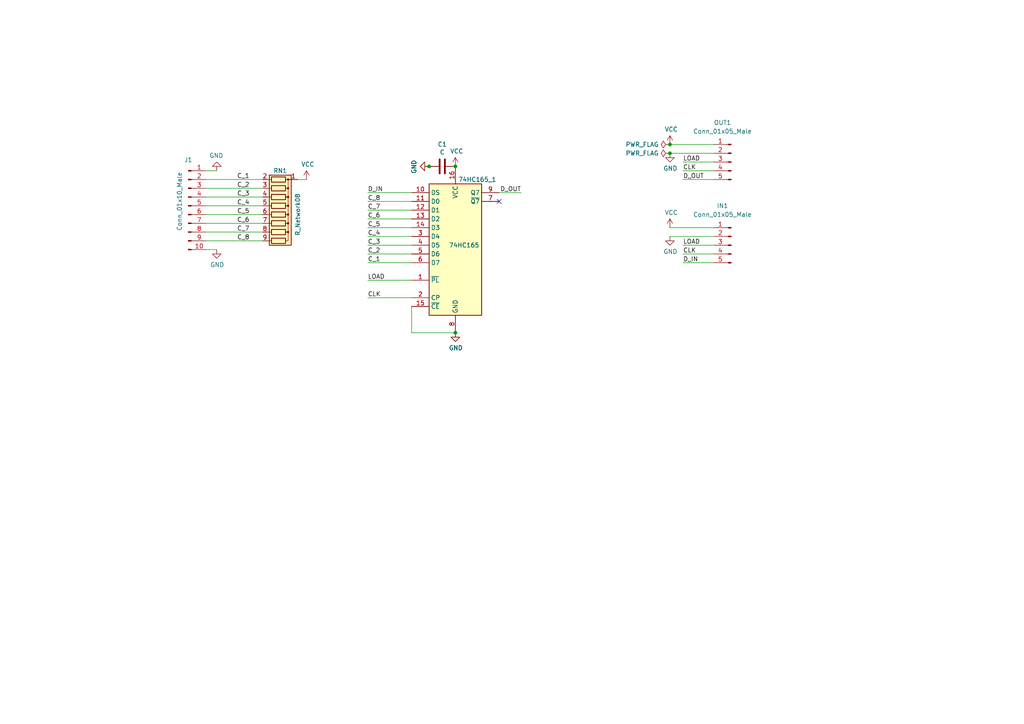
<source format=kicad_sch>
(kicad_sch (version 20211123) (generator eeschema)

  (uuid 30f15357-ce1d-48b9-93dc-7d9b1b2aa048)

  (paper "A4")

  (lib_symbols
    (symbol "74xx:74HC165" (in_bom yes) (on_board yes)
      (property "Reference" "U" (id 0) (at -7.62 19.05 0)
        (effects (font (size 1.27 1.27)))
      )
      (property "Value" "74HC165" (id 1) (at -7.62 -21.59 0)
        (effects (font (size 1.27 1.27)))
      )
      (property "Footprint" "" (id 2) (at 0 0 0)
        (effects (font (size 1.27 1.27)) hide)
      )
      (property "Datasheet" "https://assets.nexperia.com/documents/data-sheet/74HC_HCT165.pdf" (id 3) (at 0 0 0)
        (effects (font (size 1.27 1.27)) hide)
      )
      (property "ki_keywords" "8 bit shift register parallel load cmos" (id 4) (at 0 0 0)
        (effects (font (size 1.27 1.27)) hide)
      )
      (property "ki_description" "Shift Register, 8-bit, Parallel Load" (id 5) (at 0 0 0)
        (effects (font (size 1.27 1.27)) hide)
      )
      (property "ki_fp_filters" "DIP?16* SO*16*3.9x9.9mm*P1.27mm* SSOP*16*5.3x6.2mm*P0.65mm* TSSOP*16*4.4x5mm*P0.65*" (id 6) (at 0 0 0)
        (effects (font (size 1.27 1.27)) hide)
      )
      (symbol "74HC165_1_0"
        (pin input line (at -12.7 -10.16 0) (length 5.08)
          (name "~{PL}" (effects (font (size 1.27 1.27))))
          (number "1" (effects (font (size 1.27 1.27))))
        )
        (pin input line (at -12.7 15.24 0) (length 5.08)
          (name "DS" (effects (font (size 1.27 1.27))))
          (number "10" (effects (font (size 1.27 1.27))))
        )
        (pin input line (at -12.7 12.7 0) (length 5.08)
          (name "D0" (effects (font (size 1.27 1.27))))
          (number "11" (effects (font (size 1.27 1.27))))
        )
        (pin input line (at -12.7 10.16 0) (length 5.08)
          (name "D1" (effects (font (size 1.27 1.27))))
          (number "12" (effects (font (size 1.27 1.27))))
        )
        (pin input line (at -12.7 7.62 0) (length 5.08)
          (name "D2" (effects (font (size 1.27 1.27))))
          (number "13" (effects (font (size 1.27 1.27))))
        )
        (pin input line (at -12.7 5.08 0) (length 5.08)
          (name "D3" (effects (font (size 1.27 1.27))))
          (number "14" (effects (font (size 1.27 1.27))))
        )
        (pin input line (at -12.7 -17.78 0) (length 5.08)
          (name "~{CE}" (effects (font (size 1.27 1.27))))
          (number "15" (effects (font (size 1.27 1.27))))
        )
        (pin power_in line (at 0 22.86 270) (length 5.08)
          (name "VCC" (effects (font (size 1.27 1.27))))
          (number "16" (effects (font (size 1.27 1.27))))
        )
        (pin input line (at -12.7 -15.24 0) (length 5.08)
          (name "CP" (effects (font (size 1.27 1.27))))
          (number "2" (effects (font (size 1.27 1.27))))
        )
        (pin input line (at -12.7 2.54 0) (length 5.08)
          (name "D4" (effects (font (size 1.27 1.27))))
          (number "3" (effects (font (size 1.27 1.27))))
        )
        (pin input line (at -12.7 0 0) (length 5.08)
          (name "D5" (effects (font (size 1.27 1.27))))
          (number "4" (effects (font (size 1.27 1.27))))
        )
        (pin input line (at -12.7 -2.54 0) (length 5.08)
          (name "D6" (effects (font (size 1.27 1.27))))
          (number "5" (effects (font (size 1.27 1.27))))
        )
        (pin input line (at -12.7 -5.08 0) (length 5.08)
          (name "D7" (effects (font (size 1.27 1.27))))
          (number "6" (effects (font (size 1.27 1.27))))
        )
        (pin output line (at 12.7 12.7 180) (length 5.08)
          (name "~{Q7}" (effects (font (size 1.27 1.27))))
          (number "7" (effects (font (size 1.27 1.27))))
        )
        (pin power_in line (at 0 -25.4 90) (length 5.08)
          (name "GND" (effects (font (size 1.27 1.27))))
          (number "8" (effects (font (size 1.27 1.27))))
        )
        (pin output line (at 12.7 15.24 180) (length 5.08)
          (name "Q7" (effects (font (size 1.27 1.27))))
          (number "9" (effects (font (size 1.27 1.27))))
        )
      )
      (symbol "74HC165_1_1"
        (rectangle (start -7.62 17.78) (end 7.62 -20.32)
          (stroke (width 0.254) (type default) (color 0 0 0 0))
          (fill (type background))
        )
      )
    )
    (symbol "Connector:Conn_01x05_Male" (pin_names (offset 1.016) hide) (in_bom yes) (on_board yes)
      (property "Reference" "J" (id 0) (at 0 7.62 0)
        (effects (font (size 1.27 1.27)))
      )
      (property "Value" "Conn_01x05_Male" (id 1) (at 0 -7.62 0)
        (effects (font (size 1.27 1.27)))
      )
      (property "Footprint" "" (id 2) (at 0 0 0)
        (effects (font (size 1.27 1.27)) hide)
      )
      (property "Datasheet" "~" (id 3) (at 0 0 0)
        (effects (font (size 1.27 1.27)) hide)
      )
      (property "ki_keywords" "connector" (id 4) (at 0 0 0)
        (effects (font (size 1.27 1.27)) hide)
      )
      (property "ki_description" "Generic connector, single row, 01x05, script generated (kicad-library-utils/schlib/autogen/connector/)" (id 5) (at 0 0 0)
        (effects (font (size 1.27 1.27)) hide)
      )
      (property "ki_fp_filters" "Connector*:*_1x??_*" (id 6) (at 0 0 0)
        (effects (font (size 1.27 1.27)) hide)
      )
      (symbol "Conn_01x05_Male_1_1"
        (polyline
          (pts
            (xy 1.27 -5.08)
            (xy 0.8636 -5.08)
          )
          (stroke (width 0.1524) (type default) (color 0 0 0 0))
          (fill (type none))
        )
        (polyline
          (pts
            (xy 1.27 -2.54)
            (xy 0.8636 -2.54)
          )
          (stroke (width 0.1524) (type default) (color 0 0 0 0))
          (fill (type none))
        )
        (polyline
          (pts
            (xy 1.27 0)
            (xy 0.8636 0)
          )
          (stroke (width 0.1524) (type default) (color 0 0 0 0))
          (fill (type none))
        )
        (polyline
          (pts
            (xy 1.27 2.54)
            (xy 0.8636 2.54)
          )
          (stroke (width 0.1524) (type default) (color 0 0 0 0))
          (fill (type none))
        )
        (polyline
          (pts
            (xy 1.27 5.08)
            (xy 0.8636 5.08)
          )
          (stroke (width 0.1524) (type default) (color 0 0 0 0))
          (fill (type none))
        )
        (rectangle (start 0.8636 -4.953) (end 0 -5.207)
          (stroke (width 0.1524) (type default) (color 0 0 0 0))
          (fill (type outline))
        )
        (rectangle (start 0.8636 -2.413) (end 0 -2.667)
          (stroke (width 0.1524) (type default) (color 0 0 0 0))
          (fill (type outline))
        )
        (rectangle (start 0.8636 0.127) (end 0 -0.127)
          (stroke (width 0.1524) (type default) (color 0 0 0 0))
          (fill (type outline))
        )
        (rectangle (start 0.8636 2.667) (end 0 2.413)
          (stroke (width 0.1524) (type default) (color 0 0 0 0))
          (fill (type outline))
        )
        (rectangle (start 0.8636 5.207) (end 0 4.953)
          (stroke (width 0.1524) (type default) (color 0 0 0 0))
          (fill (type outline))
        )
        (pin passive line (at 5.08 5.08 180) (length 3.81)
          (name "Pin_1" (effects (font (size 1.27 1.27))))
          (number "1" (effects (font (size 1.27 1.27))))
        )
        (pin passive line (at 5.08 2.54 180) (length 3.81)
          (name "Pin_2" (effects (font (size 1.27 1.27))))
          (number "2" (effects (font (size 1.27 1.27))))
        )
        (pin passive line (at 5.08 0 180) (length 3.81)
          (name "Pin_3" (effects (font (size 1.27 1.27))))
          (number "3" (effects (font (size 1.27 1.27))))
        )
        (pin passive line (at 5.08 -2.54 180) (length 3.81)
          (name "Pin_4" (effects (font (size 1.27 1.27))))
          (number "4" (effects (font (size 1.27 1.27))))
        )
        (pin passive line (at 5.08 -5.08 180) (length 3.81)
          (name "Pin_5" (effects (font (size 1.27 1.27))))
          (number "5" (effects (font (size 1.27 1.27))))
        )
      )
    )
    (symbol "Connector:Conn_01x10_Male" (pin_names (offset 1.016) hide) (in_bom yes) (on_board yes)
      (property "Reference" "J" (id 0) (at 0 12.7 0)
        (effects (font (size 1.27 1.27)))
      )
      (property "Value" "Conn_01x10_Male" (id 1) (at 0 -15.24 0)
        (effects (font (size 1.27 1.27)))
      )
      (property "Footprint" "" (id 2) (at 0 0 0)
        (effects (font (size 1.27 1.27)) hide)
      )
      (property "Datasheet" "~" (id 3) (at 0 0 0)
        (effects (font (size 1.27 1.27)) hide)
      )
      (property "ki_keywords" "connector" (id 4) (at 0 0 0)
        (effects (font (size 1.27 1.27)) hide)
      )
      (property "ki_description" "Generic connector, single row, 01x10, script generated (kicad-library-utils/schlib/autogen/connector/)" (id 5) (at 0 0 0)
        (effects (font (size 1.27 1.27)) hide)
      )
      (property "ki_fp_filters" "Connector*:*_1x??_*" (id 6) (at 0 0 0)
        (effects (font (size 1.27 1.27)) hide)
      )
      (symbol "Conn_01x10_Male_1_1"
        (polyline
          (pts
            (xy 1.27 -12.7)
            (xy 0.8636 -12.7)
          )
          (stroke (width 0.1524) (type default) (color 0 0 0 0))
          (fill (type none))
        )
        (polyline
          (pts
            (xy 1.27 -10.16)
            (xy 0.8636 -10.16)
          )
          (stroke (width 0.1524) (type default) (color 0 0 0 0))
          (fill (type none))
        )
        (polyline
          (pts
            (xy 1.27 -7.62)
            (xy 0.8636 -7.62)
          )
          (stroke (width 0.1524) (type default) (color 0 0 0 0))
          (fill (type none))
        )
        (polyline
          (pts
            (xy 1.27 -5.08)
            (xy 0.8636 -5.08)
          )
          (stroke (width 0.1524) (type default) (color 0 0 0 0))
          (fill (type none))
        )
        (polyline
          (pts
            (xy 1.27 -2.54)
            (xy 0.8636 -2.54)
          )
          (stroke (width 0.1524) (type default) (color 0 0 0 0))
          (fill (type none))
        )
        (polyline
          (pts
            (xy 1.27 0)
            (xy 0.8636 0)
          )
          (stroke (width 0.1524) (type default) (color 0 0 0 0))
          (fill (type none))
        )
        (polyline
          (pts
            (xy 1.27 2.54)
            (xy 0.8636 2.54)
          )
          (stroke (width 0.1524) (type default) (color 0 0 0 0))
          (fill (type none))
        )
        (polyline
          (pts
            (xy 1.27 5.08)
            (xy 0.8636 5.08)
          )
          (stroke (width 0.1524) (type default) (color 0 0 0 0))
          (fill (type none))
        )
        (polyline
          (pts
            (xy 1.27 7.62)
            (xy 0.8636 7.62)
          )
          (stroke (width 0.1524) (type default) (color 0 0 0 0))
          (fill (type none))
        )
        (polyline
          (pts
            (xy 1.27 10.16)
            (xy 0.8636 10.16)
          )
          (stroke (width 0.1524) (type default) (color 0 0 0 0))
          (fill (type none))
        )
        (rectangle (start 0.8636 -12.573) (end 0 -12.827)
          (stroke (width 0.1524) (type default) (color 0 0 0 0))
          (fill (type outline))
        )
        (rectangle (start 0.8636 -10.033) (end 0 -10.287)
          (stroke (width 0.1524) (type default) (color 0 0 0 0))
          (fill (type outline))
        )
        (rectangle (start 0.8636 -7.493) (end 0 -7.747)
          (stroke (width 0.1524) (type default) (color 0 0 0 0))
          (fill (type outline))
        )
        (rectangle (start 0.8636 -4.953) (end 0 -5.207)
          (stroke (width 0.1524) (type default) (color 0 0 0 0))
          (fill (type outline))
        )
        (rectangle (start 0.8636 -2.413) (end 0 -2.667)
          (stroke (width 0.1524) (type default) (color 0 0 0 0))
          (fill (type outline))
        )
        (rectangle (start 0.8636 0.127) (end 0 -0.127)
          (stroke (width 0.1524) (type default) (color 0 0 0 0))
          (fill (type outline))
        )
        (rectangle (start 0.8636 2.667) (end 0 2.413)
          (stroke (width 0.1524) (type default) (color 0 0 0 0))
          (fill (type outline))
        )
        (rectangle (start 0.8636 5.207) (end 0 4.953)
          (stroke (width 0.1524) (type default) (color 0 0 0 0))
          (fill (type outline))
        )
        (rectangle (start 0.8636 7.747) (end 0 7.493)
          (stroke (width 0.1524) (type default) (color 0 0 0 0))
          (fill (type outline))
        )
        (rectangle (start 0.8636 10.287) (end 0 10.033)
          (stroke (width 0.1524) (type default) (color 0 0 0 0))
          (fill (type outline))
        )
        (pin passive line (at 5.08 10.16 180) (length 3.81)
          (name "Pin_1" (effects (font (size 1.27 1.27))))
          (number "1" (effects (font (size 1.27 1.27))))
        )
        (pin passive line (at 5.08 -12.7 180) (length 3.81)
          (name "Pin_10" (effects (font (size 1.27 1.27))))
          (number "10" (effects (font (size 1.27 1.27))))
        )
        (pin passive line (at 5.08 7.62 180) (length 3.81)
          (name "Pin_2" (effects (font (size 1.27 1.27))))
          (number "2" (effects (font (size 1.27 1.27))))
        )
        (pin passive line (at 5.08 5.08 180) (length 3.81)
          (name "Pin_3" (effects (font (size 1.27 1.27))))
          (number "3" (effects (font (size 1.27 1.27))))
        )
        (pin passive line (at 5.08 2.54 180) (length 3.81)
          (name "Pin_4" (effects (font (size 1.27 1.27))))
          (number "4" (effects (font (size 1.27 1.27))))
        )
        (pin passive line (at 5.08 0 180) (length 3.81)
          (name "Pin_5" (effects (font (size 1.27 1.27))))
          (number "5" (effects (font (size 1.27 1.27))))
        )
        (pin passive line (at 5.08 -2.54 180) (length 3.81)
          (name "Pin_6" (effects (font (size 1.27 1.27))))
          (number "6" (effects (font (size 1.27 1.27))))
        )
        (pin passive line (at 5.08 -5.08 180) (length 3.81)
          (name "Pin_7" (effects (font (size 1.27 1.27))))
          (number "7" (effects (font (size 1.27 1.27))))
        )
        (pin passive line (at 5.08 -7.62 180) (length 3.81)
          (name "Pin_8" (effects (font (size 1.27 1.27))))
          (number "8" (effects (font (size 1.27 1.27))))
        )
        (pin passive line (at 5.08 -10.16 180) (length 3.81)
          (name "Pin_9" (effects (font (size 1.27 1.27))))
          (number "9" (effects (font (size 1.27 1.27))))
        )
      )
    )
    (symbol "Device:C" (pin_numbers hide) (pin_names (offset 0.254)) (in_bom yes) (on_board yes)
      (property "Reference" "C" (id 0) (at 0.635 2.54 0)
        (effects (font (size 1.27 1.27)) (justify left))
      )
      (property "Value" "C" (id 1) (at 0.635 -2.54 0)
        (effects (font (size 1.27 1.27)) (justify left))
      )
      (property "Footprint" "" (id 2) (at 0.9652 -3.81 0)
        (effects (font (size 1.27 1.27)) hide)
      )
      (property "Datasheet" "~" (id 3) (at 0 0 0)
        (effects (font (size 1.27 1.27)) hide)
      )
      (property "ki_keywords" "cap capacitor" (id 4) (at 0 0 0)
        (effects (font (size 1.27 1.27)) hide)
      )
      (property "ki_description" "Unpolarized capacitor" (id 5) (at 0 0 0)
        (effects (font (size 1.27 1.27)) hide)
      )
      (property "ki_fp_filters" "C_*" (id 6) (at 0 0 0)
        (effects (font (size 1.27 1.27)) hide)
      )
      (symbol "C_0_1"
        (polyline
          (pts
            (xy -2.032 -0.762)
            (xy 2.032 -0.762)
          )
          (stroke (width 0.508) (type default) (color 0 0 0 0))
          (fill (type none))
        )
        (polyline
          (pts
            (xy -2.032 0.762)
            (xy 2.032 0.762)
          )
          (stroke (width 0.508) (type default) (color 0 0 0 0))
          (fill (type none))
        )
      )
      (symbol "C_1_1"
        (pin passive line (at 0 3.81 270) (length 2.794)
          (name "~" (effects (font (size 1.27 1.27))))
          (number "1" (effects (font (size 1.27 1.27))))
        )
        (pin passive line (at 0 -3.81 90) (length 2.794)
          (name "~" (effects (font (size 1.27 1.27))))
          (number "2" (effects (font (size 1.27 1.27))))
        )
      )
    )
    (symbol "Device:R_Network08" (pin_names (offset 0) hide) (in_bom yes) (on_board yes)
      (property "Reference" "RN" (id 0) (at -12.7 0 90)
        (effects (font (size 1.27 1.27)))
      )
      (property "Value" "R_Network08" (id 1) (at 10.16 0 90)
        (effects (font (size 1.27 1.27)))
      )
      (property "Footprint" "Resistor_THT:R_Array_SIP9" (id 2) (at 12.065 0 90)
        (effects (font (size 1.27 1.27)) hide)
      )
      (property "Datasheet" "http://www.vishay.com/docs/31509/csc.pdf" (id 3) (at 0 0 0)
        (effects (font (size 1.27 1.27)) hide)
      )
      (property "ki_keywords" "R network star-topology" (id 4) (at 0 0 0)
        (effects (font (size 1.27 1.27)) hide)
      )
      (property "ki_description" "8 resistor network, star topology, bussed resistors, small symbol" (id 5) (at 0 0 0)
        (effects (font (size 1.27 1.27)) hide)
      )
      (property "ki_fp_filters" "R?Array?SIP*" (id 6) (at 0 0 0)
        (effects (font (size 1.27 1.27)) hide)
      )
      (symbol "R_Network08_0_1"
        (rectangle (start -11.43 -3.175) (end 8.89 3.175)
          (stroke (width 0.254) (type default) (color 0 0 0 0))
          (fill (type background))
        )
        (rectangle (start -10.922 1.524) (end -9.398 -2.54)
          (stroke (width 0.254) (type default) (color 0 0 0 0))
          (fill (type none))
        )
        (circle (center -10.16 2.286) (radius 0.254)
          (stroke (width 0) (type default) (color 0 0 0 0))
          (fill (type outline))
        )
        (rectangle (start -8.382 1.524) (end -6.858 -2.54)
          (stroke (width 0.254) (type default) (color 0 0 0 0))
          (fill (type none))
        )
        (circle (center -7.62 2.286) (radius 0.254)
          (stroke (width 0) (type default) (color 0 0 0 0))
          (fill (type outline))
        )
        (rectangle (start -5.842 1.524) (end -4.318 -2.54)
          (stroke (width 0.254) (type default) (color 0 0 0 0))
          (fill (type none))
        )
        (circle (center -5.08 2.286) (radius 0.254)
          (stroke (width 0) (type default) (color 0 0 0 0))
          (fill (type outline))
        )
        (rectangle (start -3.302 1.524) (end -1.778 -2.54)
          (stroke (width 0.254) (type default) (color 0 0 0 0))
          (fill (type none))
        )
        (circle (center -2.54 2.286) (radius 0.254)
          (stroke (width 0) (type default) (color 0 0 0 0))
          (fill (type outline))
        )
        (rectangle (start -0.762 1.524) (end 0.762 -2.54)
          (stroke (width 0.254) (type default) (color 0 0 0 0))
          (fill (type none))
        )
        (polyline
          (pts
            (xy -10.16 -2.54)
            (xy -10.16 -3.81)
          )
          (stroke (width 0) (type default) (color 0 0 0 0))
          (fill (type none))
        )
        (polyline
          (pts
            (xy -7.62 -2.54)
            (xy -7.62 -3.81)
          )
          (stroke (width 0) (type default) (color 0 0 0 0))
          (fill (type none))
        )
        (polyline
          (pts
            (xy -5.08 -2.54)
            (xy -5.08 -3.81)
          )
          (stroke (width 0) (type default) (color 0 0 0 0))
          (fill (type none))
        )
        (polyline
          (pts
            (xy -2.54 -2.54)
            (xy -2.54 -3.81)
          )
          (stroke (width 0) (type default) (color 0 0 0 0))
          (fill (type none))
        )
        (polyline
          (pts
            (xy 0 -2.54)
            (xy 0 -3.81)
          )
          (stroke (width 0) (type default) (color 0 0 0 0))
          (fill (type none))
        )
        (polyline
          (pts
            (xy 2.54 -2.54)
            (xy 2.54 -3.81)
          )
          (stroke (width 0) (type default) (color 0 0 0 0))
          (fill (type none))
        )
        (polyline
          (pts
            (xy 5.08 -2.54)
            (xy 5.08 -3.81)
          )
          (stroke (width 0) (type default) (color 0 0 0 0))
          (fill (type none))
        )
        (polyline
          (pts
            (xy 7.62 -2.54)
            (xy 7.62 -3.81)
          )
          (stroke (width 0) (type default) (color 0 0 0 0))
          (fill (type none))
        )
        (polyline
          (pts
            (xy -10.16 1.524)
            (xy -10.16 2.286)
            (xy -7.62 2.286)
            (xy -7.62 1.524)
          )
          (stroke (width 0) (type default) (color 0 0 0 0))
          (fill (type none))
        )
        (polyline
          (pts
            (xy -7.62 1.524)
            (xy -7.62 2.286)
            (xy -5.08 2.286)
            (xy -5.08 1.524)
          )
          (stroke (width 0) (type default) (color 0 0 0 0))
          (fill (type none))
        )
        (polyline
          (pts
            (xy -5.08 1.524)
            (xy -5.08 2.286)
            (xy -2.54 2.286)
            (xy -2.54 1.524)
          )
          (stroke (width 0) (type default) (color 0 0 0 0))
          (fill (type none))
        )
        (polyline
          (pts
            (xy -2.54 1.524)
            (xy -2.54 2.286)
            (xy 0 2.286)
            (xy 0 1.524)
          )
          (stroke (width 0) (type default) (color 0 0 0 0))
          (fill (type none))
        )
        (polyline
          (pts
            (xy 0 1.524)
            (xy 0 2.286)
            (xy 2.54 2.286)
            (xy 2.54 1.524)
          )
          (stroke (width 0) (type default) (color 0 0 0 0))
          (fill (type none))
        )
        (polyline
          (pts
            (xy 2.54 1.524)
            (xy 2.54 2.286)
            (xy 5.08 2.286)
            (xy 5.08 1.524)
          )
          (stroke (width 0) (type default) (color 0 0 0 0))
          (fill (type none))
        )
        (polyline
          (pts
            (xy 5.08 1.524)
            (xy 5.08 2.286)
            (xy 7.62 2.286)
            (xy 7.62 1.524)
          )
          (stroke (width 0) (type default) (color 0 0 0 0))
          (fill (type none))
        )
        (circle (center 0 2.286) (radius 0.254)
          (stroke (width 0) (type default) (color 0 0 0 0))
          (fill (type outline))
        )
        (rectangle (start 1.778 1.524) (end 3.302 -2.54)
          (stroke (width 0.254) (type default) (color 0 0 0 0))
          (fill (type none))
        )
        (circle (center 2.54 2.286) (radius 0.254)
          (stroke (width 0) (type default) (color 0 0 0 0))
          (fill (type outline))
        )
        (rectangle (start 4.318 1.524) (end 5.842 -2.54)
          (stroke (width 0.254) (type default) (color 0 0 0 0))
          (fill (type none))
        )
        (circle (center 5.08 2.286) (radius 0.254)
          (stroke (width 0) (type default) (color 0 0 0 0))
          (fill (type outline))
        )
        (rectangle (start 6.858 1.524) (end 8.382 -2.54)
          (stroke (width 0.254) (type default) (color 0 0 0 0))
          (fill (type none))
        )
      )
      (symbol "R_Network08_1_1"
        (pin passive line (at -10.16 5.08 270) (length 2.54)
          (name "common" (effects (font (size 1.27 1.27))))
          (number "1" (effects (font (size 1.27 1.27))))
        )
        (pin passive line (at -10.16 -5.08 90) (length 1.27)
          (name "R1" (effects (font (size 1.27 1.27))))
          (number "2" (effects (font (size 1.27 1.27))))
        )
        (pin passive line (at -7.62 -5.08 90) (length 1.27)
          (name "R2" (effects (font (size 1.27 1.27))))
          (number "3" (effects (font (size 1.27 1.27))))
        )
        (pin passive line (at -5.08 -5.08 90) (length 1.27)
          (name "R3" (effects (font (size 1.27 1.27))))
          (number "4" (effects (font (size 1.27 1.27))))
        )
        (pin passive line (at -2.54 -5.08 90) (length 1.27)
          (name "R4" (effects (font (size 1.27 1.27))))
          (number "5" (effects (font (size 1.27 1.27))))
        )
        (pin passive line (at 0 -5.08 90) (length 1.27)
          (name "R5" (effects (font (size 1.27 1.27))))
          (number "6" (effects (font (size 1.27 1.27))))
        )
        (pin passive line (at 2.54 -5.08 90) (length 1.27)
          (name "R6" (effects (font (size 1.27 1.27))))
          (number "7" (effects (font (size 1.27 1.27))))
        )
        (pin passive line (at 5.08 -5.08 90) (length 1.27)
          (name "R7" (effects (font (size 1.27 1.27))))
          (number "8" (effects (font (size 1.27 1.27))))
        )
        (pin passive line (at 7.62 -5.08 90) (length 1.27)
          (name "R8" (effects (font (size 1.27 1.27))))
          (number "9" (effects (font (size 1.27 1.27))))
        )
      )
    )
    (symbol "power:GND" (power) (pin_names (offset 0)) (in_bom yes) (on_board yes)
      (property "Reference" "#PWR" (id 0) (at 0 -6.35 0)
        (effects (font (size 1.27 1.27)) hide)
      )
      (property "Value" "GND" (id 1) (at 0 -3.81 0)
        (effects (font (size 1.27 1.27)))
      )
      (property "Footprint" "" (id 2) (at 0 0 0)
        (effects (font (size 1.27 1.27)) hide)
      )
      (property "Datasheet" "" (id 3) (at 0 0 0)
        (effects (font (size 1.27 1.27)) hide)
      )
      (property "ki_keywords" "power-flag" (id 4) (at 0 0 0)
        (effects (font (size 1.27 1.27)) hide)
      )
      (property "ki_description" "Power symbol creates a global label with name \"GND\" , ground" (id 5) (at 0 0 0)
        (effects (font (size 1.27 1.27)) hide)
      )
      (symbol "GND_0_1"
        (polyline
          (pts
            (xy 0 0)
            (xy 0 -1.27)
            (xy 1.27 -1.27)
            (xy 0 -2.54)
            (xy -1.27 -1.27)
            (xy 0 -1.27)
          )
          (stroke (width 0) (type default) (color 0 0 0 0))
          (fill (type none))
        )
      )
      (symbol "GND_1_1"
        (pin power_in line (at 0 0 270) (length 0) hide
          (name "GND" (effects (font (size 1.27 1.27))))
          (number "1" (effects (font (size 1.27 1.27))))
        )
      )
    )
    (symbol "power:PWR_FLAG" (power) (pin_numbers hide) (pin_names (offset 0) hide) (in_bom yes) (on_board yes)
      (property "Reference" "#FLG" (id 0) (at 0 1.905 0)
        (effects (font (size 1.27 1.27)) hide)
      )
      (property "Value" "PWR_FLAG" (id 1) (at 0 3.81 0)
        (effects (font (size 1.27 1.27)))
      )
      (property "Footprint" "" (id 2) (at 0 0 0)
        (effects (font (size 1.27 1.27)) hide)
      )
      (property "Datasheet" "~" (id 3) (at 0 0 0)
        (effects (font (size 1.27 1.27)) hide)
      )
      (property "ki_keywords" "power-flag" (id 4) (at 0 0 0)
        (effects (font (size 1.27 1.27)) hide)
      )
      (property "ki_description" "Special symbol for telling ERC where power comes from" (id 5) (at 0 0 0)
        (effects (font (size 1.27 1.27)) hide)
      )
      (symbol "PWR_FLAG_0_0"
        (pin power_out line (at 0 0 90) (length 0)
          (name "pwr" (effects (font (size 1.27 1.27))))
          (number "1" (effects (font (size 1.27 1.27))))
        )
      )
      (symbol "PWR_FLAG_0_1"
        (polyline
          (pts
            (xy 0 0)
            (xy 0 1.27)
            (xy -1.016 1.905)
            (xy 0 2.54)
            (xy 1.016 1.905)
            (xy 0 1.27)
          )
          (stroke (width 0) (type default) (color 0 0 0 0))
          (fill (type none))
        )
      )
    )
    (symbol "power:VCC" (power) (pin_names (offset 0)) (in_bom yes) (on_board yes)
      (property "Reference" "#PWR" (id 0) (at 0 -3.81 0)
        (effects (font (size 1.27 1.27)) hide)
      )
      (property "Value" "VCC" (id 1) (at 0 3.81 0)
        (effects (font (size 1.27 1.27)))
      )
      (property "Footprint" "" (id 2) (at 0 0 0)
        (effects (font (size 1.27 1.27)) hide)
      )
      (property "Datasheet" "" (id 3) (at 0 0 0)
        (effects (font (size 1.27 1.27)) hide)
      )
      (property "ki_keywords" "power-flag" (id 4) (at 0 0 0)
        (effects (font (size 1.27 1.27)) hide)
      )
      (property "ki_description" "Power symbol creates a global label with name \"VCC\"" (id 5) (at 0 0 0)
        (effects (font (size 1.27 1.27)) hide)
      )
      (symbol "VCC_0_1"
        (polyline
          (pts
            (xy -0.762 1.27)
            (xy 0 2.54)
          )
          (stroke (width 0) (type default) (color 0 0 0 0))
          (fill (type none))
        )
        (polyline
          (pts
            (xy 0 0)
            (xy 0 2.54)
          )
          (stroke (width 0) (type default) (color 0 0 0 0))
          (fill (type none))
        )
        (polyline
          (pts
            (xy 0 2.54)
            (xy 0.762 1.27)
          )
          (stroke (width 0) (type default) (color 0 0 0 0))
          (fill (type none))
        )
      )
      (symbol "VCC_1_1"
        (pin power_in line (at 0 0 90) (length 0) hide
          (name "VCC" (effects (font (size 1.27 1.27))))
          (number "1" (effects (font (size 1.27 1.27))))
        )
      )
    )
  )

  (junction (at 194.31 41.91) (diameter 0) (color 0 0 0 0)
    (uuid 3a7648d8-121a-4921-9b92-9b35b76ce39b)
  )
  (junction (at 194.31 44.45) (diameter 0) (color 0 0 0 0)
    (uuid 45008225-f50f-4d6b-b508-6730a9408caf)
  )
  (junction (at 124.46 48.26) (diameter 0) (color 0 0 0 0)
    (uuid 5b3dbea3-bb5e-4c90-a86d-943b944fe624)
  )
  (junction (at 132.08 96.52) (diameter 0) (color 0 0 0 0)
    (uuid 9b0a1687-7e1b-4a04-a30b-c27a072a2949)
  )
  (junction (at 132.08 48.26) (diameter 0) (color 0 0 0 0)
    (uuid cfa5c16e-7859-460d-a0b8-cea7d7ea629c)
  )

  (no_connect (at 144.78 58.42) (uuid 2f215f15-3d52-4c91-93e6-3ea03a95622f))

  (wire (pts (xy 132.08 96.52) (xy 119.38 96.52))
    (stroke (width 0) (type default) (color 0 0 0 0))
    (uuid 003c2200-0632-4808-a662-8ddd5d30c768)
  )
  (wire (pts (xy 62.865 49.53) (xy 59.69 49.53))
    (stroke (width 0) (type default) (color 0 0 0 0))
    (uuid 0e095cbd-2056-458f-b7b6-f3b9681175f1)
  )
  (wire (pts (xy 106.68 63.5) (xy 119.38 63.5))
    (stroke (width 0) (type default) (color 0 0 0 0))
    (uuid 12422a89-3d0c-485c-9386-f77121fd68fd)
  )
  (wire (pts (xy 106.68 58.42) (xy 119.38 58.42))
    (stroke (width 0) (type default) (color 0 0 0 0))
    (uuid 1a6d2848-e78e-49fe-8978-e1890f07836f)
  )
  (wire (pts (xy 207.01 73.66) (xy 198.12 73.66))
    (stroke (width 0) (type default) (color 0 0 0 0))
    (uuid 2dc272bd-3aa2-45b5-889d-1d3c8aac80f8)
  )
  (wire (pts (xy 59.69 62.23) (xy 76.2 62.23))
    (stroke (width 0) (type default) (color 0 0 0 0))
    (uuid 35a9f71f-ba35-47f6-814e-4106ac36c51e)
  )
  (wire (pts (xy 106.68 68.58) (xy 119.38 68.58))
    (stroke (width 0) (type default) (color 0 0 0 0))
    (uuid 40165eda-4ba6-4565-9bb4-b9df6dbb08da)
  )
  (wire (pts (xy 106.68 73.66) (xy 119.38 73.66))
    (stroke (width 0) (type default) (color 0 0 0 0))
    (uuid 4780a290-d25c-4459-9579-eba3f7678762)
  )
  (wire (pts (xy 207.01 71.12) (xy 198.12 71.12))
    (stroke (width 0) (type default) (color 0 0 0 0))
    (uuid 5114c7bf-b955-49f3-a0a8-4b954c81bde0)
  )
  (wire (pts (xy 59.69 59.69) (xy 76.2 59.69))
    (stroke (width 0) (type default) (color 0 0 0 0))
    (uuid 5b34a16c-5a14-4291-8242-ea6d6ac54372)
  )
  (wire (pts (xy 207.01 49.53) (xy 198.12 49.53))
    (stroke (width 0) (type default) (color 0 0 0 0))
    (uuid 6595b9c7-02ee-4647-bde5-6b566e35163e)
  )
  (wire (pts (xy 59.69 54.61) (xy 76.2 54.61))
    (stroke (width 0) (type default) (color 0 0 0 0))
    (uuid 6781326c-6e0d-4753-8f28-0f5c687e01f9)
  )
  (wire (pts (xy 194.31 41.91) (xy 207.01 41.91))
    (stroke (width 0) (type default) (color 0 0 0 0))
    (uuid 730b670c-9bcf-4dcd-9a8d-fcaa61fb0955)
  )
  (wire (pts (xy 207.01 52.07) (xy 198.12 52.07))
    (stroke (width 0) (type default) (color 0 0 0 0))
    (uuid 770ad51a-7219-4633-b24a-bd20feb0a6c5)
  )
  (wire (pts (xy 151.13 55.88) (xy 144.78 55.88))
    (stroke (width 0) (type default) (color 0 0 0 0))
    (uuid 7bbf981c-a063-4e30-8911-e4228e1c0743)
  )
  (wire (pts (xy 106.68 60.96) (xy 119.38 60.96))
    (stroke (width 0) (type default) (color 0 0 0 0))
    (uuid 7d34f6b1-ab31-49be-b011-c67fe67a8a56)
  )
  (wire (pts (xy 106.68 71.12) (xy 119.38 71.12))
    (stroke (width 0) (type default) (color 0 0 0 0))
    (uuid 7e023245-2c2b-4e2b-bfb9-5d35176e88f2)
  )
  (wire (pts (xy 106.68 66.04) (xy 119.38 66.04))
    (stroke (width 0) (type default) (color 0 0 0 0))
    (uuid 8e06ba1f-e3ba-4eb9-a10e-887dffd566d6)
  )
  (wire (pts (xy 59.69 67.31) (xy 76.2 67.31))
    (stroke (width 0) (type default) (color 0 0 0 0))
    (uuid 9b3c58a7-a9b9-4498-abc0-f9f43e4f0292)
  )
  (wire (pts (xy 194.31 66.04) (xy 207.01 66.04))
    (stroke (width 0) (type default) (color 0 0 0 0))
    (uuid a17904b9-135e-4dae-ae20-401c7787de72)
  )
  (wire (pts (xy 106.68 55.88) (xy 119.38 55.88))
    (stroke (width 0) (type default) (color 0 0 0 0))
    (uuid a544eb0a-75db-4baf-bf54-9ca21744343b)
  )
  (wire (pts (xy 194.31 44.45) (xy 207.01 44.45))
    (stroke (width 0) (type default) (color 0 0 0 0))
    (uuid abe07c9a-17c3-43b5-b7a6-ae867ac27ea7)
  )
  (wire (pts (xy 62.865 72.39) (xy 59.69 72.39))
    (stroke (width 0) (type default) (color 0 0 0 0))
    (uuid b15dcd14-f251-4d69-b7a7-3dd06d0023ec)
  )
  (wire (pts (xy 207.01 46.99) (xy 198.12 46.99))
    (stroke (width 0) (type default) (color 0 0 0 0))
    (uuid b1c649b1-f44d-46c7-9dea-818e75a1b87e)
  )
  (wire (pts (xy 106.68 81.28) (xy 119.38 81.28))
    (stroke (width 0) (type default) (color 0 0 0 0))
    (uuid babeabf2-f3b0-4ed5-8d9e-0215947e6cf3)
  )
  (wire (pts (xy 88.9 52.07) (xy 86.36 52.07))
    (stroke (width 0) (type default) (color 0 0 0 0))
    (uuid bd61e84e-5b9f-4634-840d-153426f9685d)
  )
  (wire (pts (xy 59.69 64.77) (xy 76.2 64.77))
    (stroke (width 0) (type default) (color 0 0 0 0))
    (uuid c094494a-f6f7-43fc-a007-4951484ddf3a)
  )
  (wire (pts (xy 59.69 57.15) (xy 76.2 57.15))
    (stroke (width 0) (type default) (color 0 0 0 0))
    (uuid c701ee8e-1214-4781-a973-17bef7b6e3eb)
  )
  (wire (pts (xy 59.69 52.07) (xy 76.2 52.07))
    (stroke (width 0) (type default) (color 0 0 0 0))
    (uuid c8029a4c-945d-42ca-871a-dd73ff50a1a3)
  )
  (wire (pts (xy 106.68 76.2) (xy 119.38 76.2))
    (stroke (width 0) (type default) (color 0 0 0 0))
    (uuid df68c26a-03b5-4466-aecf-ba34b7dce6b7)
  )
  (wire (pts (xy 59.69 69.85) (xy 76.2 69.85))
    (stroke (width 0) (type default) (color 0 0 0 0))
    (uuid e40e8cef-4fb0-4fc3-be09-3875b2cc8469)
  )
  (wire (pts (xy 106.68 86.36) (xy 119.38 86.36))
    (stroke (width 0) (type default) (color 0 0 0 0))
    (uuid e8c50f1b-c316-4110-9cce-5c24c65a1eaa)
  )
  (wire (pts (xy 119.38 96.52) (xy 119.38 88.9))
    (stroke (width 0) (type default) (color 0 0 0 0))
    (uuid ee27d19c-8dca-4ac8-a760-6dfd54d28071)
  )
  (wire (pts (xy 194.31 68.58) (xy 207.01 68.58))
    (stroke (width 0) (type default) (color 0 0 0 0))
    (uuid f202141e-c20d-4cac-b016-06a44f2ecce8)
  )
  (wire (pts (xy 207.01 76.2) (xy 198.12 76.2))
    (stroke (width 0) (type default) (color 0 0 0 0))
    (uuid f3628265-0155-43e2-a467-c40ff783e265)
  )

  (label "C_3" (at 72.39 57.15 180)
    (effects (font (size 1.27 1.27)) (justify right bottom))
    (uuid 0755aee5-bc01-4cb5-b830-583289df50a3)
  )
  (label "D_IN" (at 198.12 76.2 0)
    (effects (font (size 1.27 1.27)) (justify left bottom))
    (uuid 0c3dceba-7c95-4b3d-b590-0eb581444beb)
  )
  (label "C_4" (at 106.68 68.58 0)
    (effects (font (size 1.27 1.27)) (justify left bottom))
    (uuid 0eaa98f0-9565-4637-ace3-42a5231b07f7)
  )
  (label "D_OUT" (at 198.12 52.07 0)
    (effects (font (size 1.27 1.27)) (justify left bottom))
    (uuid 16a9ae8c-3ad2-439b-8efe-377c994670c7)
  )
  (label "C_5" (at 106.68 66.04 0)
    (effects (font (size 1.27 1.27)) (justify left bottom))
    (uuid 181abe7a-f941-42b6-bd46-aaa3131f90fb)
  )
  (label "CLK" (at 198.12 73.66 0)
    (effects (font (size 1.27 1.27)) (justify left bottom))
    (uuid 182b2d54-931d-49d6-9f39-60a752623e36)
  )
  (label "C_2" (at 72.39 54.61 180)
    (effects (font (size 1.27 1.27)) (justify right bottom))
    (uuid 4a21e717-d46d-4d9e-8b98-af4ecb02d3ec)
  )
  (label "D_IN" (at 106.68 55.88 0)
    (effects (font (size 1.27 1.27)) (justify left bottom))
    (uuid 4a4ec8d9-3d72-4952-83d4-808f65849a2b)
  )
  (label "C_4" (at 72.39 59.69 180)
    (effects (font (size 1.27 1.27)) (justify right bottom))
    (uuid 4fb21471-41be-4be8-9687-66030f97befc)
  )
  (label "D_OUT" (at 151.13 55.88 180)
    (effects (font (size 1.27 1.27)) (justify right bottom))
    (uuid 5528bcad-2950-4673-90eb-c37e6952c475)
  )
  (label "LOAD" (at 198.12 71.12 0)
    (effects (font (size 1.27 1.27)) (justify left bottom))
    (uuid 6c2d26bc-6eca-436c-8025-79f817bf57d6)
  )
  (label "C_3" (at 106.68 71.12 0)
    (effects (font (size 1.27 1.27)) (justify left bottom))
    (uuid 704d6d51-bb34-4cbf-83d8-841e208048d8)
  )
  (label "C_7" (at 72.39 67.31 180)
    (effects (font (size 1.27 1.27)) (justify right bottom))
    (uuid 70e15522-1572-4451-9c0d-6d36ac70d8c6)
  )
  (label "C_5" (at 72.39 62.23 180)
    (effects (font (size 1.27 1.27)) (justify right bottom))
    (uuid 7599133e-c681-4202-85d9-c20dac196c64)
  )
  (label "C_2" (at 106.68 73.66 0)
    (effects (font (size 1.27 1.27)) (justify left bottom))
    (uuid 8174b4de-74b1-48db-ab8e-c8432251095b)
  )
  (label "C_8" (at 106.68 58.42 0)
    (effects (font (size 1.27 1.27)) (justify left bottom))
    (uuid 9340c285-5767-42d5-8b6d-63fe2a40ddf3)
  )
  (label "CLK" (at 198.12 49.53 0)
    (effects (font (size 1.27 1.27)) (justify left bottom))
    (uuid 965308c8-e014-459a-b9db-b8493a601c62)
  )
  (label "CLK" (at 106.68 86.36 0)
    (effects (font (size 1.27 1.27)) (justify left bottom))
    (uuid 9e1b837f-0d34-4a18-9644-9ee68f141f46)
  )
  (label "LOAD" (at 198.12 46.99 0)
    (effects (font (size 1.27 1.27)) (justify left bottom))
    (uuid b7199d9b-bebb-4100-9ad3-c2bd31e21d65)
  )
  (label "LOAD" (at 106.68 81.28 0)
    (effects (font (size 1.27 1.27)) (justify left bottom))
    (uuid c01d25cd-f4bb-4ef3-b5ea-533a2a4ddb2b)
  )
  (label "C_7" (at 106.68 60.96 0)
    (effects (font (size 1.27 1.27)) (justify left bottom))
    (uuid c41b3c8b-634e-435a-b582-96b83bbd4032)
  )
  (label "C_6" (at 106.68 63.5 0)
    (effects (font (size 1.27 1.27)) (justify left bottom))
    (uuid ce83728b-bebd-48c2-8734-b6a50d837931)
  )
  (label "C_8" (at 72.39 69.85 180)
    (effects (font (size 1.27 1.27)) (justify right bottom))
    (uuid d3d7e298-1d39-4294-a3ab-c84cc0dc5e5a)
  )
  (label "C_6" (at 72.39 64.77 180)
    (effects (font (size 1.27 1.27)) (justify right bottom))
    (uuid dde51ae5-b215-445e-92bb-4a12ec410531)
  )
  (label "C_1" (at 72.39 52.07 180)
    (effects (font (size 1.27 1.27)) (justify right bottom))
    (uuid ec31c074-17b2-48e1-ab01-071acad3fa04)
  )
  (label "C_1" (at 106.68 76.2 0)
    (effects (font (size 1.27 1.27)) (justify left bottom))
    (uuid fd470e95-4861-44fe-b1e4-6d8a7c66e144)
  )

  (symbol (lib_id "74xx:74HC165") (at 132.08 71.12 0) (unit 1)
    (in_bom yes) (on_board yes)
    (uuid 00000000-0000-0000-0000-000061324a38)
    (property "Reference" "74HC165_1" (id 0) (at 138.43 52.07 0))
    (property "Value" "74HC165" (id 1) (at 134.62 71.12 0))
    (property "Footprint" "Package_DIP:DIP-16_W7.62mm" (id 2) (at 132.08 71.12 0)
      (effects (font (size 1.27 1.27)) hide)
    )
    (property "Datasheet" "https://assets.nexperia.com/documents/data-sheet/74HC_HCT165.pdf" (id 3) (at 132.08 71.12 0)
      (effects (font (size 1.27 1.27)) hide)
    )
    (pin "1" (uuid 75785a9d-e8e5-4262-a935-bd9f40efbb72))
    (pin "10" (uuid 3b9eba01-bacc-48e0-b11d-1d7b67e62764))
    (pin "11" (uuid 0b6ba80d-0be7-4c8d-9cdb-308fd0f994d0))
    (pin "12" (uuid 684cce3a-79f5-4487-ba8e-cfca856a0a20))
    (pin "13" (uuid 5f2afa78-f003-486d-a282-77a4eefa108c))
    (pin "14" (uuid 7b9dfe28-63b7-4968-ac7f-edb3cc98ed88))
    (pin "15" (uuid ac22210e-18eb-47c4-95ff-90f94be96070))
    (pin "16" (uuid 88bd2dcf-1a68-4910-959a-e24e223b450a))
    (pin "2" (uuid 349516d1-60b8-4bab-9b58-6dd1e9a42ea8))
    (pin "3" (uuid 93b7b12a-498c-4ae2-a4a4-ab1a98692fd3))
    (pin "4" (uuid fe75ef20-3a00-4318-9f15-3e25a47683dc))
    (pin "5" (uuid c88ddc1e-4788-4322-8131-f3f7680ea028))
    (pin "6" (uuid b57a165e-a554-4993-9a0f-92b2443f0455))
    (pin "7" (uuid 5bfe3bce-63f8-480a-94d9-19267fa6aa3d))
    (pin "8" (uuid f08bd128-ad91-4e83-b37f-2ad975a540cc))
    (pin "9" (uuid 27448ab6-bbfe-443e-af73-633c7b7ff1ad))
  )

  (symbol (lib_id "Connector:Conn_01x05_Male") (at 212.09 46.99 0) (mirror y) (unit 1)
    (in_bom yes) (on_board yes)
    (uuid 00000000-0000-0000-0000-0000613498fd)
    (property "Reference" "OUT1" (id 0) (at 209.55 35.56 0))
    (property "Value" "Conn_01x05_Male" (id 1) (at 209.55 38.1 0))
    (property "Footprint" "Connector_PinHeader_2.54mm:PinHeader_1x05_P2.54mm_Vertical" (id 2) (at 212.09 46.99 0)
      (effects (font (size 1.27 1.27)) hide)
    )
    (property "Datasheet" "~" (id 3) (at 212.09 46.99 0)
      (effects (font (size 1.27 1.27)) hide)
    )
    (pin "1" (uuid 8e8f38e3-cf2d-4669-996e-87c350cfda6e))
    (pin "2" (uuid 2b39379c-3efe-4900-b3cc-8179ad254961))
    (pin "3" (uuid 064180bb-3a29-4626-8600-8b6d46d7cdaf))
    (pin "4" (uuid fe86de12-900b-4fce-935d-15dfe079b2ae))
    (pin "5" (uuid 0df94e05-54c1-4385-a2b8-fa4fbd8caeff))
  )

  (symbol (lib_id "power:GND") (at 132.08 96.52 0) (unit 1)
    (in_bom yes) (on_board yes)
    (uuid 00000000-0000-0000-0000-00006134ac8a)
    (property "Reference" "#PWR0103" (id 0) (at 132.08 102.87 0)
      (effects (font (size 1.27 1.27)) hide)
    )
    (property "Value" "GND" (id 1) (at 132.207 100.9142 0))
    (property "Footprint" "" (id 2) (at 132.08 96.52 0)
      (effects (font (size 1.27 1.27)) hide)
    )
    (property "Datasheet" "" (id 3) (at 132.08 96.52 0)
      (effects (font (size 1.27 1.27)) hide)
    )
    (pin "1" (uuid cf860274-68e4-4a0b-a334-8b0fe98b577e))
  )

  (symbol (lib_id "power:VCC") (at 132.08 48.26 0) (unit 1)
    (in_bom yes) (on_board yes)
    (uuid 00000000-0000-0000-0000-00006134bf11)
    (property "Reference" "#PWR0105" (id 0) (at 132.08 52.07 0)
      (effects (font (size 1.27 1.27)) hide)
    )
    (property "Value" "VCC" (id 1) (at 132.461 43.8658 0))
    (property "Footprint" "" (id 2) (at 132.08 48.26 0)
      (effects (font (size 1.27 1.27)) hide)
    )
    (property "Datasheet" "" (id 3) (at 132.08 48.26 0)
      (effects (font (size 1.27 1.27)) hide)
    )
    (pin "1" (uuid 04773b2a-6212-4b80-831e-f5bfc9f69c15))
  )

  (symbol (lib_id "Connector:Conn_01x05_Male") (at 212.09 71.12 0) (mirror y) (unit 1)
    (in_bom yes) (on_board yes)
    (uuid 00000000-0000-0000-0000-00006135617b)
    (property "Reference" "IN1" (id 0) (at 209.55 59.69 0))
    (property "Value" "Conn_01x05_Male" (id 1) (at 209.55 62.23 0))
    (property "Footprint" "Connector_PinHeader_2.54mm:PinHeader_1x05_P2.54mm_Vertical" (id 2) (at 212.09 71.12 0)
      (effects (font (size 1.27 1.27)) hide)
    )
    (property "Datasheet" "~" (id 3) (at 212.09 71.12 0)
      (effects (font (size 1.27 1.27)) hide)
    )
    (pin "1" (uuid f6231a99-24c7-4d60-a9fc-7ebd4296c62a))
    (pin "2" (uuid 6732e03e-da7a-48a0-a557-ffb41e062f91))
    (pin "3" (uuid 6c5968ba-a138-44f4-9a75-7eb2b24a8b08))
    (pin "4" (uuid 05c2e296-9622-43d8-b6c4-ed794e4c16c9))
    (pin "5" (uuid 7bf7143e-fc31-4003-beba-ef82b91e326c))
  )

  (symbol (lib_id "power:VCC") (at 194.31 41.91 0) (unit 1)
    (in_bom yes) (on_board yes)
    (uuid 00000000-0000-0000-0000-00006135ae80)
    (property "Reference" "#PWR0107" (id 0) (at 194.31 45.72 0)
      (effects (font (size 1.27 1.27)) hide)
    )
    (property "Value" "VCC" (id 1) (at 194.691 37.5158 0))
    (property "Footprint" "" (id 2) (at 194.31 41.91 0)
      (effects (font (size 1.27 1.27)) hide)
    )
    (property "Datasheet" "" (id 3) (at 194.31 41.91 0)
      (effects (font (size 1.27 1.27)) hide)
    )
    (pin "1" (uuid 5b924fbd-b0ba-495d-9a62-ff1f0b1d8753))
  )

  (symbol (lib_id "power:GND") (at 194.31 44.45 0) (unit 1)
    (in_bom yes) (on_board yes)
    (uuid 00000000-0000-0000-0000-00006135c73a)
    (property "Reference" "#PWR0108" (id 0) (at 194.31 50.8 0)
      (effects (font (size 1.27 1.27)) hide)
    )
    (property "Value" "GND" (id 1) (at 194.437 48.8442 0))
    (property "Footprint" "" (id 2) (at 194.31 44.45 0)
      (effects (font (size 1.27 1.27)) hide)
    )
    (property "Datasheet" "" (id 3) (at 194.31 44.45 0)
      (effects (font (size 1.27 1.27)) hide)
    )
    (pin "1" (uuid c01d5d04-9dbd-4bf9-abe2-3752798412d1))
  )

  (symbol (lib_id "power:PWR_FLAG") (at 194.31 41.91 90) (unit 1)
    (in_bom yes) (on_board yes)
    (uuid 00000000-0000-0000-0000-000061376fa0)
    (property "Reference" "#FLG0101" (id 0) (at 192.405 41.91 0)
      (effects (font (size 1.27 1.27)) hide)
    )
    (property "Value" "PWR_FLAG" (id 1) (at 191.0842 41.91 90)
      (effects (font (size 1.27 1.27)) (justify left))
    )
    (property "Footprint" "" (id 2) (at 194.31 41.91 0)
      (effects (font (size 1.27 1.27)) hide)
    )
    (property "Datasheet" "~" (id 3) (at 194.31 41.91 0)
      (effects (font (size 1.27 1.27)) hide)
    )
    (pin "1" (uuid 6b32262c-8544-450f-8fd2-35e90584feaf))
  )

  (symbol (lib_id "power:PWR_FLAG") (at 194.31 44.45 90) (unit 1)
    (in_bom yes) (on_board yes)
    (uuid 00000000-0000-0000-0000-000061377cda)
    (property "Reference" "#FLG0102" (id 0) (at 192.405 44.45 0)
      (effects (font (size 1.27 1.27)) hide)
    )
    (property "Value" "PWR_FLAG" (id 1) (at 191.0842 44.45 90)
      (effects (font (size 1.27 1.27)) (justify left))
    )
    (property "Footprint" "" (id 2) (at 194.31 44.45 0)
      (effects (font (size 1.27 1.27)) hide)
    )
    (property "Datasheet" "~" (id 3) (at 194.31 44.45 0)
      (effects (font (size 1.27 1.27)) hide)
    )
    (pin "1" (uuid a9481477-a98e-4fe6-bc12-4100fb9062e1))
  )

  (symbol (lib_id "power:VCC") (at 194.31 66.04 0) (unit 1)
    (in_bom yes) (on_board yes)
    (uuid 00000000-0000-0000-0000-00006137d0a5)
    (property "Reference" "#PWR0111" (id 0) (at 194.31 69.85 0)
      (effects (font (size 1.27 1.27)) hide)
    )
    (property "Value" "VCC" (id 1) (at 194.691 61.6458 0))
    (property "Footprint" "" (id 2) (at 194.31 66.04 0)
      (effects (font (size 1.27 1.27)) hide)
    )
    (property "Datasheet" "" (id 3) (at 194.31 66.04 0)
      (effects (font (size 1.27 1.27)) hide)
    )
    (pin "1" (uuid 38baffbf-8ec2-4b40-b01b-0c8498e17fb2))
  )

  (symbol (lib_id "power:GND") (at 194.31 68.58 0) (unit 1)
    (in_bom yes) (on_board yes)
    (uuid 00000000-0000-0000-0000-00006137d0ab)
    (property "Reference" "#PWR0112" (id 0) (at 194.31 74.93 0)
      (effects (font (size 1.27 1.27)) hide)
    )
    (property "Value" "GND" (id 1) (at 194.437 72.9742 0))
    (property "Footprint" "" (id 2) (at 194.31 68.58 0)
      (effects (font (size 1.27 1.27)) hide)
    )
    (property "Datasheet" "" (id 3) (at 194.31 68.58 0)
      (effects (font (size 1.27 1.27)) hide)
    )
    (pin "1" (uuid 471d40fa-15f6-427b-a8fc-5881e88cdecd))
  )

  (symbol (lib_id "Connector:Conn_01x10_Male") (at 54.61 59.69 0) (unit 1)
    (in_bom yes) (on_board yes)
    (uuid 00000000-0000-0000-0000-000061507d81)
    (property "Reference" "J1" (id 0) (at 54.61 46.355 0))
    (property "Value" "Conn_01x10_Male" (id 1) (at 52.07 58.42 90))
    (property "Footprint" "Connector_PinHeader_2.54mm:PinHeader_1x10_P2.54mm_Vertical" (id 2) (at 54.61 59.69 0)
      (effects (font (size 1.27 1.27)) hide)
    )
    (property "Datasheet" "~" (id 3) (at 54.61 59.69 0)
      (effects (font (size 1.27 1.27)) hide)
    )
    (pin "1" (uuid b0c32a0c-bd47-40e6-bf8d-0bb54e0d474a))
    (pin "10" (uuid d23cdf5e-5cd5-447c-93e2-53d76067f01d))
    (pin "2" (uuid ccd8375e-4514-4085-b073-9091b5b7d131))
    (pin "3" (uuid 7981c0ba-a5a0-4ab9-a2ee-681c264b45da))
    (pin "4" (uuid 99c5d86f-44cb-47af-9806-8408a52c4dd5))
    (pin "5" (uuid b22147ed-3ce2-4dea-8eb2-922c653bba35))
    (pin "6" (uuid 7beb067c-0b7f-4f24-a971-20f7e9559c78))
    (pin "7" (uuid b40ade34-a817-4f93-9d2f-e4fcea85eb6e))
    (pin "8" (uuid 0645d492-3ad0-4b23-ade2-f0854e458490))
    (pin "9" (uuid a3af87b2-2d84-4457-869f-9532152e6b4f))
  )

  (symbol (lib_id "Device:R_Network08") (at 81.28 62.23 270) (unit 1)
    (in_bom yes) (on_board yes)
    (uuid 00000000-0000-0000-0000-000061516673)
    (property "Reference" "RN1" (id 0) (at 81.28 49.53 90))
    (property "Value" "R_Network08" (id 1) (at 86.36 62.23 0))
    (property "Footprint" "Resistor_THT:R_Array_SIP9" (id 2) (at 81.28 74.295 90)
      (effects (font (size 1.27 1.27)) hide)
    )
    (property "Datasheet" "http://www.vishay.com/docs/31509/csc.pdf" (id 3) (at 81.28 62.23 0)
      (effects (font (size 1.27 1.27)) hide)
    )
    (pin "1" (uuid a2613d3c-4a63-4a6b-944e-572eef111ebb))
    (pin "2" (uuid 5021d825-7f42-48c0-bdc7-6f39c3c58576))
    (pin "3" (uuid 388578e8-1449-4ddf-ab15-2fd1da2c812a))
    (pin "4" (uuid 7e2b314d-d9b6-4b70-870e-d2fba85e849e))
    (pin "5" (uuid c1635d1c-d5a7-44ea-a108-ae15e96b58bd))
    (pin "6" (uuid 7c210f4e-01ef-418a-ba6e-fd6fc63769ee))
    (pin "7" (uuid b7ffe945-3e3c-4c86-ab23-e69617d42225))
    (pin "8" (uuid da7a2247-ec95-477c-9099-1dcf6dbcbb5b))
    (pin "9" (uuid 47f38fa2-69b1-49ad-aab4-d85eda18bbfa))
  )

  (symbol (lib_id "Device:C") (at 128.27 48.26 270) (unit 1)
    (in_bom yes) (on_board yes)
    (uuid 00000000-0000-0000-0000-000061706598)
    (property "Reference" "C1" (id 0) (at 128.27 41.8592 90))
    (property "Value" "C" (id 1) (at 128.27 44.1706 90))
    (property "Footprint" "Capacitor_THT:C_Disc_D4.3mm_W1.9mm_P5.00mm" (id 2) (at 124.46 49.2252 0)
      (effects (font (size 1.27 1.27)) hide)
    )
    (property "Datasheet" "~" (id 3) (at 128.27 48.26 0)
      (effects (font (size 1.27 1.27)) hide)
    )
    (pin "1" (uuid 6cdaa852-b9bf-422b-997f-585fbe563d4f))
    (pin "2" (uuid 401187eb-99f9-4660-afbf-3b7061bbc6c1))
  )

  (symbol (lib_id "power:GND") (at 132.08 96.52 0) (unit 1)
    (in_bom yes) (on_board yes)
    (uuid 00000000-0000-0000-0000-00006170839c)
    (property "Reference" "#PWR03" (id 0) (at 132.08 102.87 0)
      (effects (font (size 1.27 1.27)) hide)
    )
    (property "Value" "GND" (id 1) (at 132.207 100.9142 0))
    (property "Footprint" "" (id 2) (at 132.08 96.52 0)
      (effects (font (size 1.27 1.27)) hide)
    )
    (property "Datasheet" "" (id 3) (at 132.08 96.52 0)
      (effects (font (size 1.27 1.27)) hide)
    )
    (pin "1" (uuid 2c360c23-4904-4a72-a243-567bffbc71d7))
  )

  (symbol (lib_id "power:GND") (at 124.46 48.26 270) (unit 1)
    (in_bom yes) (on_board yes)
    (uuid 00000000-0000-0000-0000-0000617090ef)
    (property "Reference" "#PWR01" (id 0) (at 118.11 48.26 0)
      (effects (font (size 1.27 1.27)) hide)
    )
    (property "Value" "GND" (id 1) (at 120.0658 48.387 0))
    (property "Footprint" "" (id 2) (at 124.46 48.26 0)
      (effects (font (size 1.27 1.27)) hide)
    )
    (property "Datasheet" "" (id 3) (at 124.46 48.26 0)
      (effects (font (size 1.27 1.27)) hide)
    )
    (pin "1" (uuid 0240b240-04bd-4d10-b2d0-c2c46bb1dc09))
  )

  (symbol (lib_id "power:GND") (at 124.46 48.26 270) (unit 1)
    (in_bom yes) (on_board yes)
    (uuid 00000000-0000-0000-0000-0000617090f5)
    (property "Reference" "#PWR02" (id 0) (at 118.11 48.26 0)
      (effects (font (size 1.27 1.27)) hide)
    )
    (property "Value" "GND" (id 1) (at 120.0658 48.387 0))
    (property "Footprint" "" (id 2) (at 124.46 48.26 0)
      (effects (font (size 1.27 1.27)) hide)
    )
    (property "Datasheet" "" (id 3) (at 124.46 48.26 0)
      (effects (font (size 1.27 1.27)) hide)
    )
    (pin "1" (uuid 647e905e-1978-4d0b-905e-a952057d565e))
  )

  (symbol (lib_id "power:VCC") (at 88.9 52.07 0) (unit 1)
    (in_bom yes) (on_board yes)
    (uuid 0770197d-fb76-462d-9e33-38d2fb6afc19)
    (property "Reference" "#PWR?" (id 0) (at 88.9 55.88 0)
      (effects (font (size 1.27 1.27)) hide)
    )
    (property "Value" "VCC" (id 1) (at 89.281 47.6758 0))
    (property "Footprint" "" (id 2) (at 88.9 52.07 0)
      (effects (font (size 1.27 1.27)) hide)
    )
    (property "Datasheet" "" (id 3) (at 88.9 52.07 0)
      (effects (font (size 1.27 1.27)) hide)
    )
    (pin "1" (uuid 9d6f014b-36ce-49ad-bd0d-da7e937c57fb))
  )

  (symbol (lib_id "power:GND") (at 62.865 72.39 0) (unit 1)
    (in_bom yes) (on_board yes)
    (uuid c7cddff6-acde-4216-a441-99c7af3d21d7)
    (property "Reference" "#PWR?" (id 0) (at 62.865 78.74 0)
      (effects (font (size 1.27 1.27)) hide)
    )
    (property "Value" "GND" (id 1) (at 62.992 76.7842 0))
    (property "Footprint" "" (id 2) (at 62.865 72.39 0)
      (effects (font (size 1.27 1.27)) hide)
    )
    (property "Datasheet" "" (id 3) (at 62.865 72.39 0)
      (effects (font (size 1.27 1.27)) hide)
    )
    (pin "1" (uuid ffbca78e-3fc0-4bfc-b4e9-5f1038e9d224))
  )

  (symbol (lib_id "power:GND") (at 62.865 49.53 180) (unit 1)
    (in_bom yes) (on_board yes)
    (uuid cec530b1-c9ce-4b8a-b63e-f9f14998bc9c)
    (property "Reference" "#PWR?" (id 0) (at 62.865 43.18 0)
      (effects (font (size 1.27 1.27)) hide)
    )
    (property "Value" "GND" (id 1) (at 62.738 45.1358 0))
    (property "Footprint" "" (id 2) (at 62.865 49.53 0)
      (effects (font (size 1.27 1.27)) hide)
    )
    (property "Datasheet" "" (id 3) (at 62.865 49.53 0)
      (effects (font (size 1.27 1.27)) hide)
    )
    (pin "1" (uuid 1fb96573-1197-41ad-813a-252aaf4501e0))
  )

  (sheet_instances
    (path "/" (page "1"))
  )

  (symbol_instances
    (path "/00000000-0000-0000-0000-000061376fa0"
      (reference "#FLG0101") (unit 1) (value "PWR_FLAG") (footprint "")
    )
    (path "/00000000-0000-0000-0000-000061377cda"
      (reference "#FLG0102") (unit 1) (value "PWR_FLAG") (footprint "")
    )
    (path "/00000000-0000-0000-0000-0000617090ef"
      (reference "#PWR01") (unit 1) (value "GND") (footprint "")
    )
    (path "/00000000-0000-0000-0000-0000617090f5"
      (reference "#PWR02") (unit 1) (value "GND") (footprint "")
    )
    (path "/00000000-0000-0000-0000-00006170839c"
      (reference "#PWR03") (unit 1) (value "GND") (footprint "")
    )
    (path "/00000000-0000-0000-0000-00006134ac8a"
      (reference "#PWR0103") (unit 1) (value "GND") (footprint "")
    )
    (path "/00000000-0000-0000-0000-00006134bf11"
      (reference "#PWR0105") (unit 1) (value "VCC") (footprint "")
    )
    (path "/00000000-0000-0000-0000-00006135ae80"
      (reference "#PWR0107") (unit 1) (value "VCC") (footprint "")
    )
    (path "/00000000-0000-0000-0000-00006135c73a"
      (reference "#PWR0108") (unit 1) (value "GND") (footprint "")
    )
    (path "/00000000-0000-0000-0000-00006137d0a5"
      (reference "#PWR0111") (unit 1) (value "VCC") (footprint "")
    )
    (path "/00000000-0000-0000-0000-00006137d0ab"
      (reference "#PWR0112") (unit 1) (value "GND") (footprint "")
    )
    (path "/0770197d-fb76-462d-9e33-38d2fb6afc19"
      (reference "#PWR?") (unit 1) (value "VCC") (footprint "")
    )
    (path "/c7cddff6-acde-4216-a441-99c7af3d21d7"
      (reference "#PWR?") (unit 1) (value "GND") (footprint "")
    )
    (path "/cec530b1-c9ce-4b8a-b63e-f9f14998bc9c"
      (reference "#PWR?") (unit 1) (value "GND") (footprint "")
    )
    (path "/00000000-0000-0000-0000-000061324a38"
      (reference "74HC165_1") (unit 1) (value "74HC165") (footprint "Package_DIP:DIP-16_W7.62mm")
    )
    (path "/00000000-0000-0000-0000-000061706598"
      (reference "C1") (unit 1) (value "C") (footprint "Capacitor_THT:C_Disc_D4.3mm_W1.9mm_P5.00mm")
    )
    (path "/00000000-0000-0000-0000-00006135617b"
      (reference "IN1") (unit 1) (value "Conn_01x05_Male") (footprint "Connector_PinHeader_2.54mm:PinHeader_1x05_P2.54mm_Vertical")
    )
    (path "/00000000-0000-0000-0000-000061507d81"
      (reference "J1") (unit 1) (value "Conn_01x10_Male") (footprint "Connector_PinHeader_2.54mm:PinHeader_1x10_P2.54mm_Vertical")
    )
    (path "/00000000-0000-0000-0000-0000613498fd"
      (reference "OUT1") (unit 1) (value "Conn_01x05_Male") (footprint "Connector_PinHeader_2.54mm:PinHeader_1x05_P2.54mm_Vertical")
    )
    (path "/00000000-0000-0000-0000-000061516673"
      (reference "RN1") (unit 1) (value "R_Network08") (footprint "Resistor_THT:R_Array_SIP9")
    )
  )
)

</source>
